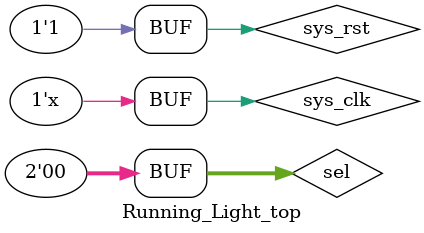
<source format=v>
`timescale 10ms/10ms
module Running_Light_top ();
    
    reg [1:0] sel;
    reg sys_clk;
    reg sys_rst;
    wire [7:0] Y_out;

    initial 
     begin
        sys_clk=0;
        sel=0;
        sys_rst=0;
        #10 sys_rst=~sys_rst;   
     end

     always #1 sys_clk=~sys_clk;

     Running_Light Running_Light(
         .S(sel),
         .clk(sys_clk),
         .rst(sys_rst),
         .Y(Y_out)
     );

endmodule //Running_Light_top
</source>
